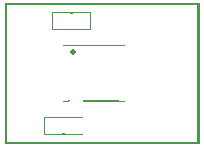
<source format=gto>
G04 MADE WITH FRITZING*
G04 WWW.FRITZING.ORG*
G04 DOUBLE SIDED*
G04 HOLES PLATED*
G04 CONTOUR ON CENTER OF CONTOUR VECTOR*
%ASAXBY*%
%FSLAX23Y23*%
%MOIN*%
%OFA0B0*%
%SFA1.0B1.0*%
%ADD10C,0.019307X0.00330709*%
%ADD11R,0.001000X0.001000*%
%LNSILK1*%
G90*
G70*
G54D10*
X228Y308D03*
G54D11*
X0Y472D02*
X648Y472D01*
X0Y471D02*
X648Y471D01*
X0Y470D02*
X648Y470D01*
X0Y469D02*
X648Y469D01*
X0Y468D02*
X648Y468D01*
X0Y467D02*
X648Y467D01*
X0Y466D02*
X648Y466D01*
X0Y465D02*
X648Y465D01*
X0Y464D02*
X7Y464D01*
X641Y464D02*
X648Y464D01*
X0Y463D02*
X7Y463D01*
X641Y463D02*
X648Y463D01*
X0Y462D02*
X7Y462D01*
X641Y462D02*
X648Y462D01*
X0Y461D02*
X7Y461D01*
X641Y461D02*
X648Y461D01*
X0Y460D02*
X7Y460D01*
X641Y460D02*
X648Y460D01*
X0Y459D02*
X7Y459D01*
X641Y459D02*
X648Y459D01*
X0Y458D02*
X7Y458D01*
X641Y458D02*
X648Y458D01*
X0Y457D02*
X7Y457D01*
X641Y457D02*
X648Y457D01*
X0Y456D02*
X7Y456D01*
X641Y456D02*
X648Y456D01*
X0Y455D02*
X7Y455D01*
X641Y455D02*
X648Y455D01*
X0Y454D02*
X7Y454D01*
X641Y454D02*
X648Y454D01*
X0Y453D02*
X7Y453D01*
X641Y453D02*
X648Y453D01*
X0Y452D02*
X7Y452D01*
X641Y452D02*
X648Y452D01*
X0Y451D02*
X7Y451D01*
X641Y451D02*
X648Y451D01*
X0Y450D02*
X7Y450D01*
X641Y450D02*
X648Y450D01*
X0Y449D02*
X7Y449D01*
X641Y449D02*
X648Y449D01*
X0Y448D02*
X7Y448D01*
X641Y448D02*
X648Y448D01*
X0Y447D02*
X7Y447D01*
X641Y447D02*
X648Y447D01*
X0Y446D02*
X7Y446D01*
X641Y446D02*
X648Y446D01*
X0Y445D02*
X7Y445D01*
X641Y445D02*
X648Y445D01*
X0Y444D02*
X7Y444D01*
X641Y444D02*
X648Y444D01*
X0Y443D02*
X7Y443D01*
X641Y443D02*
X648Y443D01*
X0Y442D02*
X7Y442D01*
X641Y442D02*
X648Y442D01*
X0Y441D02*
X7Y441D01*
X641Y441D02*
X648Y441D01*
X0Y440D02*
X7Y440D01*
X157Y440D02*
X286Y440D01*
X641Y440D02*
X648Y440D01*
X0Y439D02*
X7Y439D01*
X157Y439D02*
X286Y439D01*
X641Y439D02*
X648Y439D01*
X0Y438D02*
X7Y438D01*
X157Y438D02*
X286Y438D01*
X641Y438D02*
X648Y438D01*
X0Y437D02*
X7Y437D01*
X157Y437D02*
X159Y437D01*
X217Y437D02*
X226Y437D01*
X284Y437D02*
X286Y437D01*
X641Y437D02*
X648Y437D01*
X0Y436D02*
X7Y436D01*
X157Y436D02*
X159Y436D01*
X284Y436D02*
X286Y436D01*
X641Y436D02*
X648Y436D01*
X0Y435D02*
X7Y435D01*
X157Y435D02*
X159Y435D01*
X284Y435D02*
X286Y435D01*
X641Y435D02*
X648Y435D01*
X0Y434D02*
X7Y434D01*
X157Y434D02*
X159Y434D01*
X284Y434D02*
X286Y434D01*
X641Y434D02*
X648Y434D01*
X0Y433D02*
X7Y433D01*
X157Y433D02*
X159Y433D01*
X284Y433D02*
X286Y433D01*
X641Y433D02*
X648Y433D01*
X0Y432D02*
X7Y432D01*
X157Y432D02*
X159Y432D01*
X284Y432D02*
X286Y432D01*
X641Y432D02*
X648Y432D01*
X0Y431D02*
X7Y431D01*
X157Y431D02*
X159Y431D01*
X284Y431D02*
X286Y431D01*
X641Y431D02*
X648Y431D01*
X0Y430D02*
X7Y430D01*
X157Y430D02*
X159Y430D01*
X284Y430D02*
X286Y430D01*
X641Y430D02*
X648Y430D01*
X0Y429D02*
X7Y429D01*
X157Y429D02*
X159Y429D01*
X284Y429D02*
X286Y429D01*
X641Y429D02*
X648Y429D01*
X0Y428D02*
X7Y428D01*
X157Y428D02*
X159Y428D01*
X284Y428D02*
X286Y428D01*
X641Y428D02*
X648Y428D01*
X0Y427D02*
X7Y427D01*
X157Y427D02*
X159Y427D01*
X284Y427D02*
X286Y427D01*
X641Y427D02*
X648Y427D01*
X0Y426D02*
X7Y426D01*
X157Y426D02*
X159Y426D01*
X284Y426D02*
X286Y426D01*
X641Y426D02*
X648Y426D01*
X0Y425D02*
X7Y425D01*
X157Y425D02*
X159Y425D01*
X284Y425D02*
X286Y425D01*
X641Y425D02*
X648Y425D01*
X0Y424D02*
X7Y424D01*
X157Y424D02*
X159Y424D01*
X284Y424D02*
X286Y424D01*
X641Y424D02*
X648Y424D01*
X0Y423D02*
X7Y423D01*
X157Y423D02*
X159Y423D01*
X284Y423D02*
X286Y423D01*
X641Y423D02*
X648Y423D01*
X0Y422D02*
X7Y422D01*
X157Y422D02*
X159Y422D01*
X284Y422D02*
X286Y422D01*
X641Y422D02*
X648Y422D01*
X0Y421D02*
X7Y421D01*
X157Y421D02*
X159Y421D01*
X284Y421D02*
X286Y421D01*
X641Y421D02*
X648Y421D01*
X0Y420D02*
X7Y420D01*
X157Y420D02*
X159Y420D01*
X284Y420D02*
X286Y420D01*
X641Y420D02*
X648Y420D01*
X0Y419D02*
X7Y419D01*
X157Y419D02*
X159Y419D01*
X284Y419D02*
X286Y419D01*
X641Y419D02*
X648Y419D01*
X0Y418D02*
X7Y418D01*
X157Y418D02*
X159Y418D01*
X284Y418D02*
X286Y418D01*
X641Y418D02*
X648Y418D01*
X0Y417D02*
X7Y417D01*
X157Y417D02*
X159Y417D01*
X284Y417D02*
X286Y417D01*
X641Y417D02*
X648Y417D01*
X0Y416D02*
X7Y416D01*
X157Y416D02*
X159Y416D01*
X284Y416D02*
X286Y416D01*
X641Y416D02*
X648Y416D01*
X0Y415D02*
X7Y415D01*
X157Y415D02*
X159Y415D01*
X284Y415D02*
X286Y415D01*
X641Y415D02*
X648Y415D01*
X0Y414D02*
X7Y414D01*
X157Y414D02*
X159Y414D01*
X284Y414D02*
X286Y414D01*
X641Y414D02*
X648Y414D01*
X0Y413D02*
X7Y413D01*
X157Y413D02*
X159Y413D01*
X284Y413D02*
X286Y413D01*
X641Y413D02*
X648Y413D01*
X0Y412D02*
X7Y412D01*
X157Y412D02*
X159Y412D01*
X284Y412D02*
X286Y412D01*
X641Y412D02*
X648Y412D01*
X0Y411D02*
X7Y411D01*
X157Y411D02*
X159Y411D01*
X284Y411D02*
X286Y411D01*
X641Y411D02*
X648Y411D01*
X0Y410D02*
X7Y410D01*
X157Y410D02*
X159Y410D01*
X284Y410D02*
X286Y410D01*
X641Y410D02*
X648Y410D01*
X0Y409D02*
X7Y409D01*
X157Y409D02*
X159Y409D01*
X284Y409D02*
X286Y409D01*
X641Y409D02*
X648Y409D01*
X0Y408D02*
X7Y408D01*
X157Y408D02*
X159Y408D01*
X284Y408D02*
X286Y408D01*
X641Y408D02*
X648Y408D01*
X0Y407D02*
X7Y407D01*
X157Y407D02*
X159Y407D01*
X284Y407D02*
X286Y407D01*
X641Y407D02*
X648Y407D01*
X0Y406D02*
X7Y406D01*
X157Y406D02*
X159Y406D01*
X284Y406D02*
X286Y406D01*
X641Y406D02*
X648Y406D01*
X0Y405D02*
X7Y405D01*
X157Y405D02*
X159Y405D01*
X284Y405D02*
X286Y405D01*
X641Y405D02*
X648Y405D01*
X0Y404D02*
X7Y404D01*
X157Y404D02*
X159Y404D01*
X284Y404D02*
X286Y404D01*
X641Y404D02*
X648Y404D01*
X0Y403D02*
X7Y403D01*
X157Y403D02*
X159Y403D01*
X284Y403D02*
X286Y403D01*
X641Y403D02*
X648Y403D01*
X0Y402D02*
X7Y402D01*
X157Y402D02*
X159Y402D01*
X284Y402D02*
X286Y402D01*
X641Y402D02*
X648Y402D01*
X0Y401D02*
X7Y401D01*
X157Y401D02*
X159Y401D01*
X284Y401D02*
X286Y401D01*
X641Y401D02*
X648Y401D01*
X0Y400D02*
X7Y400D01*
X157Y400D02*
X159Y400D01*
X284Y400D02*
X286Y400D01*
X641Y400D02*
X648Y400D01*
X0Y399D02*
X7Y399D01*
X157Y399D02*
X159Y399D01*
X284Y399D02*
X286Y399D01*
X641Y399D02*
X648Y399D01*
X0Y398D02*
X7Y398D01*
X157Y398D02*
X159Y398D01*
X284Y398D02*
X286Y398D01*
X641Y398D02*
X648Y398D01*
X0Y397D02*
X7Y397D01*
X157Y397D02*
X159Y397D01*
X284Y397D02*
X286Y397D01*
X641Y397D02*
X648Y397D01*
X0Y396D02*
X7Y396D01*
X157Y396D02*
X159Y396D01*
X284Y396D02*
X286Y396D01*
X641Y396D02*
X648Y396D01*
X0Y395D02*
X7Y395D01*
X157Y395D02*
X159Y395D01*
X284Y395D02*
X286Y395D01*
X641Y395D02*
X648Y395D01*
X0Y394D02*
X7Y394D01*
X157Y394D02*
X159Y394D01*
X284Y394D02*
X286Y394D01*
X641Y394D02*
X648Y394D01*
X0Y393D02*
X7Y393D01*
X157Y393D02*
X159Y393D01*
X284Y393D02*
X286Y393D01*
X641Y393D02*
X648Y393D01*
X0Y392D02*
X7Y392D01*
X157Y392D02*
X159Y392D01*
X284Y392D02*
X286Y392D01*
X641Y392D02*
X648Y392D01*
X0Y391D02*
X7Y391D01*
X157Y391D02*
X159Y391D01*
X284Y391D02*
X286Y391D01*
X641Y391D02*
X648Y391D01*
X0Y390D02*
X7Y390D01*
X157Y390D02*
X159Y390D01*
X284Y390D02*
X286Y390D01*
X641Y390D02*
X648Y390D01*
X0Y389D02*
X7Y389D01*
X157Y389D02*
X159Y389D01*
X284Y389D02*
X286Y389D01*
X641Y389D02*
X648Y389D01*
X0Y388D02*
X7Y388D01*
X157Y388D02*
X159Y388D01*
X284Y388D02*
X286Y388D01*
X641Y388D02*
X648Y388D01*
X0Y387D02*
X7Y387D01*
X157Y387D02*
X159Y387D01*
X284Y387D02*
X286Y387D01*
X641Y387D02*
X648Y387D01*
X0Y386D02*
X7Y386D01*
X157Y386D02*
X159Y386D01*
X284Y386D02*
X286Y386D01*
X641Y386D02*
X648Y386D01*
X0Y385D02*
X7Y385D01*
X157Y385D02*
X159Y385D01*
X217Y385D02*
X226Y385D01*
X284Y385D02*
X286Y385D01*
X641Y385D02*
X648Y385D01*
X0Y384D02*
X7Y384D01*
X157Y384D02*
X286Y384D01*
X641Y384D02*
X648Y384D01*
X0Y383D02*
X7Y383D01*
X157Y383D02*
X286Y383D01*
X641Y383D02*
X648Y383D01*
X0Y382D02*
X7Y382D01*
X157Y382D02*
X286Y382D01*
X641Y382D02*
X648Y382D01*
X0Y381D02*
X7Y381D01*
X641Y381D02*
X648Y381D01*
X0Y380D02*
X7Y380D01*
X641Y380D02*
X648Y380D01*
X0Y379D02*
X7Y379D01*
X641Y379D02*
X648Y379D01*
X0Y378D02*
X7Y378D01*
X641Y378D02*
X648Y378D01*
X0Y377D02*
X7Y377D01*
X641Y377D02*
X648Y377D01*
X0Y376D02*
X7Y376D01*
X641Y376D02*
X648Y376D01*
X0Y375D02*
X7Y375D01*
X641Y375D02*
X648Y375D01*
X0Y374D02*
X7Y374D01*
X641Y374D02*
X648Y374D01*
X0Y373D02*
X7Y373D01*
X641Y373D02*
X648Y373D01*
X0Y372D02*
X7Y372D01*
X641Y372D02*
X648Y372D01*
X0Y371D02*
X7Y371D01*
X641Y371D02*
X648Y371D01*
X0Y370D02*
X7Y370D01*
X641Y370D02*
X648Y370D01*
X0Y369D02*
X7Y369D01*
X641Y369D02*
X648Y369D01*
X0Y368D02*
X7Y368D01*
X641Y368D02*
X648Y368D01*
X0Y367D02*
X7Y367D01*
X641Y367D02*
X648Y367D01*
X0Y366D02*
X7Y366D01*
X641Y366D02*
X648Y366D01*
X0Y365D02*
X7Y365D01*
X641Y365D02*
X648Y365D01*
X0Y364D02*
X7Y364D01*
X641Y364D02*
X648Y364D01*
X0Y363D02*
X7Y363D01*
X641Y363D02*
X648Y363D01*
X0Y362D02*
X7Y362D01*
X641Y362D02*
X648Y362D01*
X0Y361D02*
X7Y361D01*
X641Y361D02*
X648Y361D01*
X0Y360D02*
X7Y360D01*
X641Y360D02*
X648Y360D01*
X0Y359D02*
X7Y359D01*
X641Y359D02*
X648Y359D01*
X0Y358D02*
X7Y358D01*
X641Y358D02*
X648Y358D01*
X0Y357D02*
X7Y357D01*
X641Y357D02*
X648Y357D01*
X0Y356D02*
X7Y356D01*
X641Y356D02*
X648Y356D01*
X0Y355D02*
X7Y355D01*
X641Y355D02*
X648Y355D01*
X0Y354D02*
X7Y354D01*
X641Y354D02*
X648Y354D01*
X0Y353D02*
X7Y353D01*
X641Y353D02*
X648Y353D01*
X0Y352D02*
X7Y352D01*
X641Y352D02*
X648Y352D01*
X0Y351D02*
X7Y351D01*
X641Y351D02*
X648Y351D01*
X0Y350D02*
X7Y350D01*
X641Y350D02*
X648Y350D01*
X0Y349D02*
X7Y349D01*
X641Y349D02*
X648Y349D01*
X0Y348D02*
X7Y348D01*
X641Y348D02*
X648Y348D01*
X0Y347D02*
X7Y347D01*
X641Y347D02*
X648Y347D01*
X0Y346D02*
X7Y346D01*
X641Y346D02*
X648Y346D01*
X0Y345D02*
X7Y345D01*
X641Y345D02*
X648Y345D01*
X0Y344D02*
X7Y344D01*
X641Y344D02*
X648Y344D01*
X0Y343D02*
X7Y343D01*
X641Y343D02*
X648Y343D01*
X0Y342D02*
X7Y342D01*
X641Y342D02*
X648Y342D01*
X0Y341D02*
X7Y341D01*
X641Y341D02*
X648Y341D01*
X0Y340D02*
X7Y340D01*
X641Y340D02*
X648Y340D01*
X0Y339D02*
X7Y339D01*
X641Y339D02*
X648Y339D01*
X0Y338D02*
X7Y338D01*
X641Y338D02*
X648Y338D01*
X0Y337D02*
X7Y337D01*
X641Y337D02*
X648Y337D01*
X0Y336D02*
X7Y336D01*
X641Y336D02*
X648Y336D01*
X0Y335D02*
X7Y335D01*
X641Y335D02*
X648Y335D01*
X0Y334D02*
X7Y334D01*
X641Y334D02*
X648Y334D01*
X0Y333D02*
X7Y333D01*
X195Y333D02*
X396Y333D01*
X641Y333D02*
X648Y333D01*
X0Y332D02*
X7Y332D01*
X193Y332D02*
X398Y332D01*
X641Y332D02*
X648Y332D01*
X0Y331D02*
X7Y331D01*
X193Y331D02*
X398Y331D01*
X641Y331D02*
X648Y331D01*
X0Y330D02*
X7Y330D01*
X193Y330D02*
X398Y330D01*
X641Y330D02*
X648Y330D01*
X0Y329D02*
X7Y329D01*
X212Y329D02*
X379Y329D01*
X641Y329D02*
X648Y329D01*
X0Y328D02*
X7Y328D01*
X212Y328D02*
X379Y328D01*
X641Y328D02*
X648Y328D01*
X0Y327D02*
X7Y327D01*
X641Y327D02*
X648Y327D01*
X0Y326D02*
X7Y326D01*
X641Y326D02*
X648Y326D01*
X0Y325D02*
X7Y325D01*
X641Y325D02*
X648Y325D01*
X0Y324D02*
X7Y324D01*
X641Y324D02*
X648Y324D01*
X0Y323D02*
X7Y323D01*
X641Y323D02*
X648Y323D01*
X0Y322D02*
X7Y322D01*
X641Y322D02*
X648Y322D01*
X0Y321D02*
X7Y321D01*
X641Y321D02*
X648Y321D01*
X0Y320D02*
X7Y320D01*
X641Y320D02*
X648Y320D01*
X0Y319D02*
X7Y319D01*
X641Y319D02*
X648Y319D01*
X0Y318D02*
X7Y318D01*
X641Y318D02*
X648Y318D01*
X0Y317D02*
X7Y317D01*
X641Y317D02*
X648Y317D01*
X0Y316D02*
X7Y316D01*
X641Y316D02*
X648Y316D01*
X0Y315D02*
X7Y315D01*
X641Y315D02*
X648Y315D01*
X0Y314D02*
X7Y314D01*
X641Y314D02*
X648Y314D01*
X0Y313D02*
X7Y313D01*
X641Y313D02*
X648Y313D01*
X0Y312D02*
X7Y312D01*
X641Y312D02*
X648Y312D01*
X0Y311D02*
X7Y311D01*
X641Y311D02*
X648Y311D01*
X0Y310D02*
X7Y310D01*
X641Y310D02*
X648Y310D01*
X0Y309D02*
X7Y309D01*
X641Y309D02*
X648Y309D01*
X0Y308D02*
X7Y308D01*
X641Y308D02*
X648Y308D01*
X0Y307D02*
X7Y307D01*
X641Y307D02*
X648Y307D01*
X0Y306D02*
X7Y306D01*
X641Y306D02*
X648Y306D01*
X0Y305D02*
X7Y305D01*
X641Y305D02*
X648Y305D01*
X0Y304D02*
X7Y304D01*
X641Y304D02*
X648Y304D01*
X0Y303D02*
X7Y303D01*
X641Y303D02*
X648Y303D01*
X0Y302D02*
X7Y302D01*
X641Y302D02*
X648Y302D01*
X0Y301D02*
X7Y301D01*
X641Y301D02*
X648Y301D01*
X0Y300D02*
X7Y300D01*
X641Y300D02*
X648Y300D01*
X0Y299D02*
X7Y299D01*
X641Y299D02*
X648Y299D01*
X0Y298D02*
X7Y298D01*
X641Y298D02*
X648Y298D01*
X0Y297D02*
X7Y297D01*
X641Y297D02*
X648Y297D01*
X0Y296D02*
X7Y296D01*
X641Y296D02*
X648Y296D01*
X0Y295D02*
X7Y295D01*
X641Y295D02*
X648Y295D01*
X0Y294D02*
X7Y294D01*
X641Y294D02*
X648Y294D01*
X0Y293D02*
X7Y293D01*
X641Y293D02*
X648Y293D01*
X0Y292D02*
X7Y292D01*
X641Y292D02*
X648Y292D01*
X0Y291D02*
X7Y291D01*
X641Y291D02*
X648Y291D01*
X0Y290D02*
X7Y290D01*
X641Y290D02*
X648Y290D01*
X0Y289D02*
X7Y289D01*
X641Y289D02*
X648Y289D01*
X0Y288D02*
X7Y288D01*
X641Y288D02*
X648Y288D01*
X0Y287D02*
X7Y287D01*
X641Y287D02*
X648Y287D01*
X0Y286D02*
X7Y286D01*
X641Y286D02*
X648Y286D01*
X0Y285D02*
X7Y285D01*
X641Y285D02*
X648Y285D01*
X0Y284D02*
X7Y284D01*
X641Y284D02*
X648Y284D01*
X0Y283D02*
X7Y283D01*
X641Y283D02*
X648Y283D01*
X0Y282D02*
X7Y282D01*
X641Y282D02*
X648Y282D01*
X0Y281D02*
X7Y281D01*
X641Y281D02*
X648Y281D01*
X0Y280D02*
X7Y280D01*
X641Y280D02*
X648Y280D01*
X0Y279D02*
X7Y279D01*
X641Y279D02*
X648Y279D01*
X0Y278D02*
X7Y278D01*
X641Y278D02*
X648Y278D01*
X0Y277D02*
X7Y277D01*
X641Y277D02*
X648Y277D01*
X0Y276D02*
X7Y276D01*
X641Y276D02*
X648Y276D01*
X0Y275D02*
X7Y275D01*
X641Y275D02*
X648Y275D01*
X0Y274D02*
X7Y274D01*
X641Y274D02*
X648Y274D01*
X0Y273D02*
X7Y273D01*
X641Y273D02*
X648Y273D01*
X0Y272D02*
X7Y272D01*
X641Y272D02*
X648Y272D01*
X0Y271D02*
X7Y271D01*
X641Y271D02*
X648Y271D01*
X0Y270D02*
X7Y270D01*
X641Y270D02*
X648Y270D01*
X0Y269D02*
X7Y269D01*
X641Y269D02*
X648Y269D01*
X0Y268D02*
X7Y268D01*
X641Y268D02*
X648Y268D01*
X0Y267D02*
X7Y267D01*
X641Y267D02*
X648Y267D01*
X0Y266D02*
X7Y266D01*
X641Y266D02*
X648Y266D01*
X0Y265D02*
X7Y265D01*
X641Y265D02*
X648Y265D01*
X0Y264D02*
X7Y264D01*
X641Y264D02*
X648Y264D01*
X0Y263D02*
X7Y263D01*
X641Y263D02*
X648Y263D01*
X0Y262D02*
X7Y262D01*
X641Y262D02*
X648Y262D01*
X0Y261D02*
X7Y261D01*
X641Y261D02*
X648Y261D01*
X0Y260D02*
X7Y260D01*
X641Y260D02*
X648Y260D01*
X0Y259D02*
X7Y259D01*
X641Y259D02*
X648Y259D01*
X0Y258D02*
X7Y258D01*
X641Y258D02*
X648Y258D01*
X0Y257D02*
X7Y257D01*
X641Y257D02*
X648Y257D01*
X0Y256D02*
X7Y256D01*
X641Y256D02*
X648Y256D01*
X0Y255D02*
X7Y255D01*
X641Y255D02*
X648Y255D01*
X0Y254D02*
X7Y254D01*
X641Y254D02*
X648Y254D01*
X0Y253D02*
X7Y253D01*
X641Y253D02*
X648Y253D01*
X0Y252D02*
X7Y252D01*
X641Y252D02*
X648Y252D01*
X0Y251D02*
X7Y251D01*
X641Y251D02*
X648Y251D01*
X0Y250D02*
X7Y250D01*
X641Y250D02*
X648Y250D01*
X0Y249D02*
X7Y249D01*
X641Y249D02*
X648Y249D01*
X0Y248D02*
X7Y248D01*
X641Y248D02*
X648Y248D01*
X0Y247D02*
X7Y247D01*
X641Y247D02*
X648Y247D01*
X0Y246D02*
X7Y246D01*
X641Y246D02*
X648Y246D01*
X0Y245D02*
X7Y245D01*
X641Y245D02*
X648Y245D01*
X0Y244D02*
X7Y244D01*
X641Y244D02*
X648Y244D01*
X0Y243D02*
X7Y243D01*
X641Y243D02*
X648Y243D01*
X0Y242D02*
X7Y242D01*
X641Y242D02*
X648Y242D01*
X0Y241D02*
X7Y241D01*
X641Y241D02*
X648Y241D01*
X0Y240D02*
X7Y240D01*
X641Y240D02*
X648Y240D01*
X0Y239D02*
X7Y239D01*
X641Y239D02*
X648Y239D01*
X0Y238D02*
X7Y238D01*
X641Y238D02*
X648Y238D01*
X0Y237D02*
X7Y237D01*
X641Y237D02*
X648Y237D01*
X0Y236D02*
X7Y236D01*
X641Y236D02*
X648Y236D01*
X0Y235D02*
X7Y235D01*
X641Y235D02*
X648Y235D01*
X0Y234D02*
X7Y234D01*
X641Y234D02*
X648Y234D01*
X0Y233D02*
X7Y233D01*
X641Y233D02*
X648Y233D01*
X0Y232D02*
X7Y232D01*
X641Y232D02*
X648Y232D01*
X0Y231D02*
X7Y231D01*
X641Y231D02*
X648Y231D01*
X0Y230D02*
X7Y230D01*
X641Y230D02*
X648Y230D01*
X0Y229D02*
X7Y229D01*
X641Y229D02*
X648Y229D01*
X0Y228D02*
X7Y228D01*
X641Y228D02*
X648Y228D01*
X0Y227D02*
X7Y227D01*
X641Y227D02*
X648Y227D01*
X0Y226D02*
X7Y226D01*
X641Y226D02*
X648Y226D01*
X0Y225D02*
X7Y225D01*
X641Y225D02*
X648Y225D01*
X0Y224D02*
X7Y224D01*
X641Y224D02*
X648Y224D01*
X0Y223D02*
X7Y223D01*
X641Y223D02*
X648Y223D01*
X0Y222D02*
X7Y222D01*
X641Y222D02*
X648Y222D01*
X0Y221D02*
X7Y221D01*
X641Y221D02*
X648Y221D01*
X0Y220D02*
X7Y220D01*
X641Y220D02*
X648Y220D01*
X0Y219D02*
X7Y219D01*
X641Y219D02*
X648Y219D01*
X0Y218D02*
X7Y218D01*
X641Y218D02*
X648Y218D01*
X0Y217D02*
X7Y217D01*
X641Y217D02*
X648Y217D01*
X0Y216D02*
X7Y216D01*
X641Y216D02*
X648Y216D01*
X0Y215D02*
X7Y215D01*
X641Y215D02*
X648Y215D01*
X0Y214D02*
X7Y214D01*
X641Y214D02*
X648Y214D01*
X0Y213D02*
X7Y213D01*
X641Y213D02*
X648Y213D01*
X0Y212D02*
X7Y212D01*
X641Y212D02*
X648Y212D01*
X0Y211D02*
X7Y211D01*
X641Y211D02*
X648Y211D01*
X0Y210D02*
X7Y210D01*
X641Y210D02*
X648Y210D01*
X0Y209D02*
X7Y209D01*
X641Y209D02*
X648Y209D01*
X0Y208D02*
X7Y208D01*
X641Y208D02*
X648Y208D01*
X0Y207D02*
X7Y207D01*
X641Y207D02*
X648Y207D01*
X0Y206D02*
X7Y206D01*
X641Y206D02*
X648Y206D01*
X0Y205D02*
X7Y205D01*
X641Y205D02*
X648Y205D01*
X0Y204D02*
X7Y204D01*
X641Y204D02*
X648Y204D01*
X0Y203D02*
X7Y203D01*
X641Y203D02*
X648Y203D01*
X0Y202D02*
X7Y202D01*
X641Y202D02*
X648Y202D01*
X0Y201D02*
X7Y201D01*
X641Y201D02*
X648Y201D01*
X0Y200D02*
X7Y200D01*
X641Y200D02*
X648Y200D01*
X0Y199D02*
X7Y199D01*
X641Y199D02*
X648Y199D01*
X0Y198D02*
X7Y198D01*
X641Y198D02*
X648Y198D01*
X0Y197D02*
X7Y197D01*
X641Y197D02*
X648Y197D01*
X0Y196D02*
X7Y196D01*
X641Y196D02*
X648Y196D01*
X0Y195D02*
X7Y195D01*
X641Y195D02*
X648Y195D01*
X0Y194D02*
X7Y194D01*
X641Y194D02*
X648Y194D01*
X0Y193D02*
X7Y193D01*
X641Y193D02*
X648Y193D01*
X0Y192D02*
X7Y192D01*
X641Y192D02*
X648Y192D01*
X0Y191D02*
X7Y191D01*
X641Y191D02*
X648Y191D01*
X0Y190D02*
X7Y190D01*
X641Y190D02*
X648Y190D01*
X0Y189D02*
X7Y189D01*
X641Y189D02*
X648Y189D01*
X0Y188D02*
X7Y188D01*
X641Y188D02*
X648Y188D01*
X0Y187D02*
X7Y187D01*
X641Y187D02*
X648Y187D01*
X0Y186D02*
X7Y186D01*
X641Y186D02*
X648Y186D01*
X0Y185D02*
X7Y185D01*
X641Y185D02*
X648Y185D01*
X0Y184D02*
X7Y184D01*
X641Y184D02*
X648Y184D01*
X0Y183D02*
X7Y183D01*
X641Y183D02*
X648Y183D01*
X0Y182D02*
X7Y182D01*
X641Y182D02*
X648Y182D01*
X0Y181D02*
X7Y181D01*
X641Y181D02*
X648Y181D01*
X0Y180D02*
X7Y180D01*
X641Y180D02*
X648Y180D01*
X0Y179D02*
X7Y179D01*
X641Y179D02*
X648Y179D01*
X0Y178D02*
X7Y178D01*
X641Y178D02*
X648Y178D01*
X0Y177D02*
X7Y177D01*
X641Y177D02*
X648Y177D01*
X0Y176D02*
X7Y176D01*
X641Y176D02*
X648Y176D01*
X0Y175D02*
X7Y175D01*
X641Y175D02*
X648Y175D01*
X0Y174D02*
X7Y174D01*
X641Y174D02*
X648Y174D01*
X0Y173D02*
X7Y173D01*
X641Y173D02*
X648Y173D01*
X0Y172D02*
X7Y172D01*
X641Y172D02*
X648Y172D01*
X0Y171D02*
X7Y171D01*
X641Y171D02*
X648Y171D01*
X0Y170D02*
X7Y170D01*
X641Y170D02*
X648Y170D01*
X0Y169D02*
X7Y169D01*
X641Y169D02*
X648Y169D01*
X0Y168D02*
X7Y168D01*
X641Y168D02*
X648Y168D01*
X0Y167D02*
X7Y167D01*
X641Y167D02*
X648Y167D01*
X0Y166D02*
X7Y166D01*
X641Y166D02*
X648Y166D01*
X0Y165D02*
X7Y165D01*
X641Y165D02*
X648Y165D01*
X0Y164D02*
X7Y164D01*
X641Y164D02*
X648Y164D01*
X0Y163D02*
X7Y163D01*
X641Y163D02*
X648Y163D01*
X0Y162D02*
X7Y162D01*
X641Y162D02*
X648Y162D01*
X0Y161D02*
X7Y161D01*
X641Y161D02*
X648Y161D01*
X0Y160D02*
X7Y160D01*
X641Y160D02*
X648Y160D01*
X0Y159D02*
X7Y159D01*
X641Y159D02*
X648Y159D01*
X0Y158D02*
X7Y158D01*
X641Y158D02*
X648Y158D01*
X0Y157D02*
X7Y157D01*
X641Y157D02*
X648Y157D01*
X0Y156D02*
X7Y156D01*
X641Y156D02*
X648Y156D01*
X0Y155D02*
X7Y155D01*
X641Y155D02*
X648Y155D01*
X0Y154D02*
X7Y154D01*
X641Y154D02*
X648Y154D01*
X0Y153D02*
X7Y153D01*
X641Y153D02*
X648Y153D01*
X0Y152D02*
X7Y152D01*
X641Y152D02*
X648Y152D01*
X0Y151D02*
X7Y151D01*
X641Y151D02*
X648Y151D01*
X0Y150D02*
X7Y150D01*
X641Y150D02*
X648Y150D01*
X0Y149D02*
X7Y149D01*
X641Y149D02*
X648Y149D01*
X0Y148D02*
X7Y148D01*
X641Y148D02*
X648Y148D01*
X0Y147D02*
X7Y147D01*
X212Y147D02*
X215Y147D01*
X261Y147D02*
X379Y147D01*
X641Y147D02*
X648Y147D01*
X0Y146D02*
X7Y146D01*
X212Y146D02*
X215Y146D01*
X261Y146D02*
X379Y146D01*
X641Y146D02*
X648Y146D01*
X0Y145D02*
X7Y145D01*
X193Y145D02*
X214Y145D01*
X262Y145D02*
X398Y145D01*
X641Y145D02*
X648Y145D01*
X0Y144D02*
X7Y144D01*
X193Y144D02*
X214Y144D01*
X262Y144D02*
X398Y144D01*
X641Y144D02*
X648Y144D01*
X0Y143D02*
X7Y143D01*
X193Y143D02*
X214Y143D01*
X262Y143D02*
X398Y143D01*
X641Y143D02*
X648Y143D01*
X0Y142D02*
X7Y142D01*
X194Y142D02*
X213Y142D01*
X263Y142D02*
X397Y142D01*
X641Y142D02*
X648Y142D01*
X0Y141D02*
X7Y141D01*
X641Y141D02*
X648Y141D01*
X0Y140D02*
X7Y140D01*
X641Y140D02*
X648Y140D01*
X0Y139D02*
X7Y139D01*
X641Y139D02*
X648Y139D01*
X0Y138D02*
X7Y138D01*
X641Y138D02*
X648Y138D01*
X0Y137D02*
X7Y137D01*
X641Y137D02*
X648Y137D01*
X0Y136D02*
X7Y136D01*
X641Y136D02*
X648Y136D01*
X0Y135D02*
X7Y135D01*
X641Y135D02*
X648Y135D01*
X0Y134D02*
X7Y134D01*
X641Y134D02*
X648Y134D01*
X0Y133D02*
X7Y133D01*
X641Y133D02*
X648Y133D01*
X0Y132D02*
X7Y132D01*
X641Y132D02*
X648Y132D01*
X0Y131D02*
X7Y131D01*
X641Y131D02*
X648Y131D01*
X0Y130D02*
X7Y130D01*
X641Y130D02*
X648Y130D01*
X0Y129D02*
X7Y129D01*
X641Y129D02*
X648Y129D01*
X0Y128D02*
X7Y128D01*
X641Y128D02*
X648Y128D01*
X0Y127D02*
X7Y127D01*
X641Y127D02*
X648Y127D01*
X0Y126D02*
X7Y126D01*
X641Y126D02*
X648Y126D01*
X0Y125D02*
X7Y125D01*
X641Y125D02*
X648Y125D01*
X0Y124D02*
X7Y124D01*
X641Y124D02*
X648Y124D01*
X0Y123D02*
X7Y123D01*
X641Y123D02*
X648Y123D01*
X0Y122D02*
X7Y122D01*
X641Y122D02*
X648Y122D01*
X0Y121D02*
X7Y121D01*
X641Y121D02*
X648Y121D01*
X0Y120D02*
X7Y120D01*
X641Y120D02*
X648Y120D01*
X0Y119D02*
X7Y119D01*
X641Y119D02*
X648Y119D01*
X0Y118D02*
X7Y118D01*
X641Y118D02*
X648Y118D01*
X0Y117D02*
X7Y117D01*
X641Y117D02*
X648Y117D01*
X0Y116D02*
X7Y116D01*
X641Y116D02*
X648Y116D01*
X0Y115D02*
X7Y115D01*
X641Y115D02*
X648Y115D01*
X0Y114D02*
X7Y114D01*
X641Y114D02*
X648Y114D01*
X0Y113D02*
X7Y113D01*
X641Y113D02*
X648Y113D01*
X0Y112D02*
X7Y112D01*
X641Y112D02*
X648Y112D01*
X0Y111D02*
X7Y111D01*
X641Y111D02*
X648Y111D01*
X0Y110D02*
X7Y110D01*
X641Y110D02*
X648Y110D01*
X0Y109D02*
X7Y109D01*
X641Y109D02*
X648Y109D01*
X0Y108D02*
X7Y108D01*
X641Y108D02*
X648Y108D01*
X0Y107D02*
X7Y107D01*
X641Y107D02*
X648Y107D01*
X0Y106D02*
X7Y106D01*
X641Y106D02*
X648Y106D01*
X0Y105D02*
X7Y105D01*
X641Y105D02*
X648Y105D01*
X0Y104D02*
X7Y104D01*
X641Y104D02*
X648Y104D01*
X0Y103D02*
X7Y103D01*
X641Y103D02*
X648Y103D01*
X0Y102D02*
X7Y102D01*
X641Y102D02*
X648Y102D01*
X0Y101D02*
X7Y101D01*
X641Y101D02*
X648Y101D01*
X0Y100D02*
X7Y100D01*
X641Y100D02*
X648Y100D01*
X0Y99D02*
X7Y99D01*
X641Y99D02*
X648Y99D01*
X0Y98D02*
X7Y98D01*
X641Y98D02*
X648Y98D01*
X0Y97D02*
X7Y97D01*
X641Y97D02*
X648Y97D01*
X0Y96D02*
X7Y96D01*
X641Y96D02*
X648Y96D01*
X0Y95D02*
X7Y95D01*
X641Y95D02*
X648Y95D01*
X0Y94D02*
X7Y94D01*
X641Y94D02*
X648Y94D01*
X0Y93D02*
X7Y93D01*
X641Y93D02*
X648Y93D01*
X0Y92D02*
X7Y92D01*
X132Y92D02*
X261Y92D01*
X641Y92D02*
X648Y92D01*
X0Y91D02*
X7Y91D01*
X132Y91D02*
X261Y91D01*
X641Y91D02*
X648Y91D01*
X0Y90D02*
X7Y90D01*
X132Y90D02*
X261Y90D01*
X641Y90D02*
X648Y90D01*
X0Y89D02*
X7Y89D01*
X132Y89D02*
X134Y89D01*
X192Y89D02*
X201Y89D01*
X259Y89D02*
X261Y89D01*
X641Y89D02*
X648Y89D01*
X0Y88D02*
X7Y88D01*
X132Y88D02*
X134Y88D01*
X259Y88D02*
X261Y88D01*
X641Y88D02*
X648Y88D01*
X0Y87D02*
X7Y87D01*
X132Y87D02*
X134Y87D01*
X259Y87D02*
X261Y87D01*
X641Y87D02*
X648Y87D01*
X0Y86D02*
X7Y86D01*
X132Y86D02*
X134Y86D01*
X259Y86D02*
X261Y86D01*
X641Y86D02*
X648Y86D01*
X0Y85D02*
X7Y85D01*
X132Y85D02*
X134Y85D01*
X259Y85D02*
X261Y85D01*
X641Y85D02*
X648Y85D01*
X0Y84D02*
X7Y84D01*
X132Y84D02*
X134Y84D01*
X259Y84D02*
X261Y84D01*
X641Y84D02*
X648Y84D01*
X0Y83D02*
X7Y83D01*
X132Y83D02*
X134Y83D01*
X259Y83D02*
X261Y83D01*
X641Y83D02*
X648Y83D01*
X0Y82D02*
X7Y82D01*
X132Y82D02*
X134Y82D01*
X259Y82D02*
X261Y82D01*
X641Y82D02*
X648Y82D01*
X0Y81D02*
X7Y81D01*
X132Y81D02*
X134Y81D01*
X259Y81D02*
X261Y81D01*
X641Y81D02*
X648Y81D01*
X0Y80D02*
X7Y80D01*
X132Y80D02*
X134Y80D01*
X259Y80D02*
X261Y80D01*
X641Y80D02*
X648Y80D01*
X0Y79D02*
X7Y79D01*
X132Y79D02*
X134Y79D01*
X259Y79D02*
X261Y79D01*
X641Y79D02*
X648Y79D01*
X0Y78D02*
X7Y78D01*
X132Y78D02*
X134Y78D01*
X259Y78D02*
X261Y78D01*
X641Y78D02*
X648Y78D01*
X0Y77D02*
X7Y77D01*
X132Y77D02*
X134Y77D01*
X259Y77D02*
X261Y77D01*
X641Y77D02*
X648Y77D01*
X0Y76D02*
X7Y76D01*
X132Y76D02*
X134Y76D01*
X259Y76D02*
X261Y76D01*
X641Y76D02*
X648Y76D01*
X0Y75D02*
X7Y75D01*
X132Y75D02*
X134Y75D01*
X259Y75D02*
X261Y75D01*
X641Y75D02*
X648Y75D01*
X0Y74D02*
X7Y74D01*
X132Y74D02*
X134Y74D01*
X259Y74D02*
X261Y74D01*
X641Y74D02*
X648Y74D01*
X0Y73D02*
X7Y73D01*
X132Y73D02*
X134Y73D01*
X259Y73D02*
X261Y73D01*
X641Y73D02*
X648Y73D01*
X0Y72D02*
X7Y72D01*
X132Y72D02*
X134Y72D01*
X259Y72D02*
X261Y72D01*
X641Y72D02*
X648Y72D01*
X0Y71D02*
X7Y71D01*
X132Y71D02*
X134Y71D01*
X259Y71D02*
X261Y71D01*
X641Y71D02*
X648Y71D01*
X0Y70D02*
X7Y70D01*
X132Y70D02*
X134Y70D01*
X259Y70D02*
X261Y70D01*
X641Y70D02*
X648Y70D01*
X0Y69D02*
X7Y69D01*
X132Y69D02*
X134Y69D01*
X259Y69D02*
X261Y69D01*
X641Y69D02*
X648Y69D01*
X0Y68D02*
X7Y68D01*
X132Y68D02*
X134Y68D01*
X259Y68D02*
X261Y68D01*
X641Y68D02*
X648Y68D01*
X0Y67D02*
X7Y67D01*
X132Y67D02*
X134Y67D01*
X259Y67D02*
X261Y67D01*
X641Y67D02*
X648Y67D01*
X0Y66D02*
X7Y66D01*
X132Y66D02*
X134Y66D01*
X259Y66D02*
X261Y66D01*
X641Y66D02*
X648Y66D01*
X0Y65D02*
X7Y65D01*
X132Y65D02*
X134Y65D01*
X259Y65D02*
X261Y65D01*
X641Y65D02*
X648Y65D01*
X0Y64D02*
X7Y64D01*
X132Y64D02*
X134Y64D01*
X259Y64D02*
X261Y64D01*
X641Y64D02*
X648Y64D01*
X0Y63D02*
X7Y63D01*
X132Y63D02*
X134Y63D01*
X259Y63D02*
X261Y63D01*
X641Y63D02*
X648Y63D01*
X0Y62D02*
X7Y62D01*
X132Y62D02*
X134Y62D01*
X259Y62D02*
X261Y62D01*
X641Y62D02*
X648Y62D01*
X0Y61D02*
X7Y61D01*
X132Y61D02*
X134Y61D01*
X259Y61D02*
X261Y61D01*
X641Y61D02*
X648Y61D01*
X0Y60D02*
X7Y60D01*
X132Y60D02*
X134Y60D01*
X259Y60D02*
X261Y60D01*
X641Y60D02*
X648Y60D01*
X0Y59D02*
X7Y59D01*
X132Y59D02*
X134Y59D01*
X259Y59D02*
X261Y59D01*
X641Y59D02*
X648Y59D01*
X0Y58D02*
X7Y58D01*
X132Y58D02*
X134Y58D01*
X259Y58D02*
X261Y58D01*
X641Y58D02*
X648Y58D01*
X0Y57D02*
X7Y57D01*
X132Y57D02*
X134Y57D01*
X259Y57D02*
X261Y57D01*
X641Y57D02*
X648Y57D01*
X0Y56D02*
X7Y56D01*
X132Y56D02*
X134Y56D01*
X259Y56D02*
X261Y56D01*
X641Y56D02*
X648Y56D01*
X0Y55D02*
X7Y55D01*
X132Y55D02*
X134Y55D01*
X259Y55D02*
X261Y55D01*
X641Y55D02*
X648Y55D01*
X0Y54D02*
X7Y54D01*
X132Y54D02*
X134Y54D01*
X259Y54D02*
X261Y54D01*
X641Y54D02*
X648Y54D01*
X0Y53D02*
X7Y53D01*
X132Y53D02*
X134Y53D01*
X259Y53D02*
X261Y53D01*
X641Y53D02*
X648Y53D01*
X0Y52D02*
X7Y52D01*
X132Y52D02*
X134Y52D01*
X259Y52D02*
X261Y52D01*
X641Y52D02*
X648Y52D01*
X0Y51D02*
X7Y51D01*
X132Y51D02*
X134Y51D01*
X259Y51D02*
X261Y51D01*
X641Y51D02*
X648Y51D01*
X0Y50D02*
X7Y50D01*
X132Y50D02*
X134Y50D01*
X259Y50D02*
X261Y50D01*
X641Y50D02*
X648Y50D01*
X0Y49D02*
X7Y49D01*
X132Y49D02*
X134Y49D01*
X259Y49D02*
X261Y49D01*
X641Y49D02*
X648Y49D01*
X0Y48D02*
X7Y48D01*
X132Y48D02*
X134Y48D01*
X259Y48D02*
X261Y48D01*
X641Y48D02*
X648Y48D01*
X0Y47D02*
X7Y47D01*
X132Y47D02*
X134Y47D01*
X259Y47D02*
X261Y47D01*
X641Y47D02*
X648Y47D01*
X0Y46D02*
X7Y46D01*
X132Y46D02*
X134Y46D01*
X259Y46D02*
X261Y46D01*
X641Y46D02*
X648Y46D01*
X0Y45D02*
X7Y45D01*
X132Y45D02*
X134Y45D01*
X259Y45D02*
X261Y45D01*
X641Y45D02*
X648Y45D01*
X0Y44D02*
X7Y44D01*
X132Y44D02*
X134Y44D01*
X259Y44D02*
X261Y44D01*
X641Y44D02*
X648Y44D01*
X0Y43D02*
X7Y43D01*
X132Y43D02*
X134Y43D01*
X259Y43D02*
X261Y43D01*
X641Y43D02*
X648Y43D01*
X0Y42D02*
X7Y42D01*
X132Y42D02*
X134Y42D01*
X259Y42D02*
X261Y42D01*
X641Y42D02*
X648Y42D01*
X0Y41D02*
X7Y41D01*
X132Y41D02*
X134Y41D01*
X259Y41D02*
X261Y41D01*
X641Y41D02*
X648Y41D01*
X0Y40D02*
X7Y40D01*
X132Y40D02*
X134Y40D01*
X259Y40D02*
X261Y40D01*
X641Y40D02*
X648Y40D01*
X0Y39D02*
X7Y39D01*
X132Y39D02*
X134Y39D01*
X259Y39D02*
X261Y39D01*
X641Y39D02*
X648Y39D01*
X0Y38D02*
X7Y38D01*
X132Y38D02*
X134Y38D01*
X259Y38D02*
X261Y38D01*
X641Y38D02*
X648Y38D01*
X0Y37D02*
X7Y37D01*
X132Y37D02*
X134Y37D01*
X192Y37D02*
X201Y37D01*
X259Y37D02*
X261Y37D01*
X641Y37D02*
X648Y37D01*
X0Y36D02*
X7Y36D01*
X132Y36D02*
X261Y36D01*
X641Y36D02*
X648Y36D01*
X0Y35D02*
X7Y35D01*
X132Y35D02*
X261Y35D01*
X641Y35D02*
X648Y35D01*
X0Y34D02*
X7Y34D01*
X132Y34D02*
X261Y34D01*
X641Y34D02*
X648Y34D01*
X0Y33D02*
X7Y33D01*
X641Y33D02*
X648Y33D01*
X0Y32D02*
X7Y32D01*
X641Y32D02*
X648Y32D01*
X0Y31D02*
X7Y31D01*
X641Y31D02*
X648Y31D01*
X0Y30D02*
X7Y30D01*
X641Y30D02*
X648Y30D01*
X0Y29D02*
X7Y29D01*
X641Y29D02*
X648Y29D01*
X0Y28D02*
X7Y28D01*
X641Y28D02*
X648Y28D01*
X0Y27D02*
X7Y27D01*
X641Y27D02*
X648Y27D01*
X0Y26D02*
X7Y26D01*
X641Y26D02*
X648Y26D01*
X0Y25D02*
X7Y25D01*
X641Y25D02*
X648Y25D01*
X0Y24D02*
X7Y24D01*
X641Y24D02*
X648Y24D01*
X0Y23D02*
X7Y23D01*
X641Y23D02*
X648Y23D01*
X0Y22D02*
X7Y22D01*
X641Y22D02*
X648Y22D01*
X0Y21D02*
X7Y21D01*
X641Y21D02*
X648Y21D01*
X0Y20D02*
X7Y20D01*
X641Y20D02*
X648Y20D01*
X0Y19D02*
X7Y19D01*
X641Y19D02*
X648Y19D01*
X0Y18D02*
X7Y18D01*
X641Y18D02*
X648Y18D01*
X0Y17D02*
X7Y17D01*
X641Y17D02*
X648Y17D01*
X0Y16D02*
X7Y16D01*
X641Y16D02*
X648Y16D01*
X0Y15D02*
X7Y15D01*
X641Y15D02*
X648Y15D01*
X0Y14D02*
X7Y14D01*
X641Y14D02*
X648Y14D01*
X0Y13D02*
X7Y13D01*
X641Y13D02*
X648Y13D01*
X0Y12D02*
X7Y12D01*
X641Y12D02*
X648Y12D01*
X0Y11D02*
X7Y11D01*
X641Y11D02*
X648Y11D01*
X0Y10D02*
X7Y10D01*
X641Y10D02*
X648Y10D01*
X0Y9D02*
X7Y9D01*
X641Y9D02*
X648Y9D01*
X0Y8D02*
X648Y8D01*
X0Y7D02*
X648Y7D01*
X0Y6D02*
X648Y6D01*
X0Y5D02*
X648Y5D01*
X0Y4D02*
X648Y4D01*
X0Y3D02*
X648Y3D01*
X0Y2D02*
X648Y2D01*
X0Y1D02*
X648Y1D01*
D02*
G04 End of Silk1*
M02*
</source>
